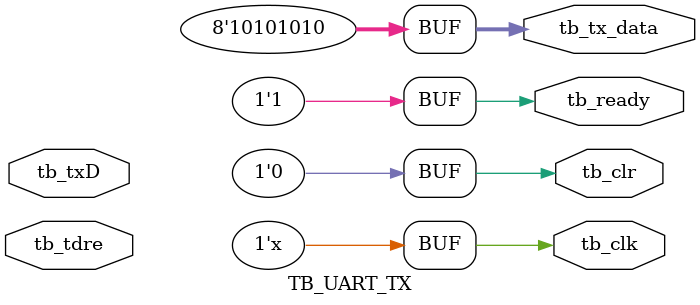
<source format=v>
/*Test Bench Transmisor UART*/
module TB_UART_TX(tb_clk, tb_clr, tb_ready, tb_tx_data, tb_txD, tb_tdre);
	output reg tb_clk, tb_clr, tb_ready; 
	output reg [7:0]tb_tx_data;
	input wire tb_txD, tb_tdre;

	UART_TX Instancia(
		.clk(tb_clk),
		.clr(tb_clr),
		.ready(tb_ready),
		.tx_data(tb_tx_data),
		.txD(tb_txD),
		.tdre(tb_tdre)
	);

	initial begin
		$monitor("Salida de TX: %b Estado: %d Transmision: %b",tb_txD,Instancia.Estado,tb_tdre);
		tb_clk = 0;
		tb_clr = 0;
		tb_ready = 0;
		tb_tx_data = 8'b10101010;
		#10;
		tb_clr = 1;
		#10;
		tb_ready = 1;
		tb_clr = 0;
		#10;


	end

	always #5 tb_clk = !tb_clk;


endmodule // TB_UART_TX

</source>
